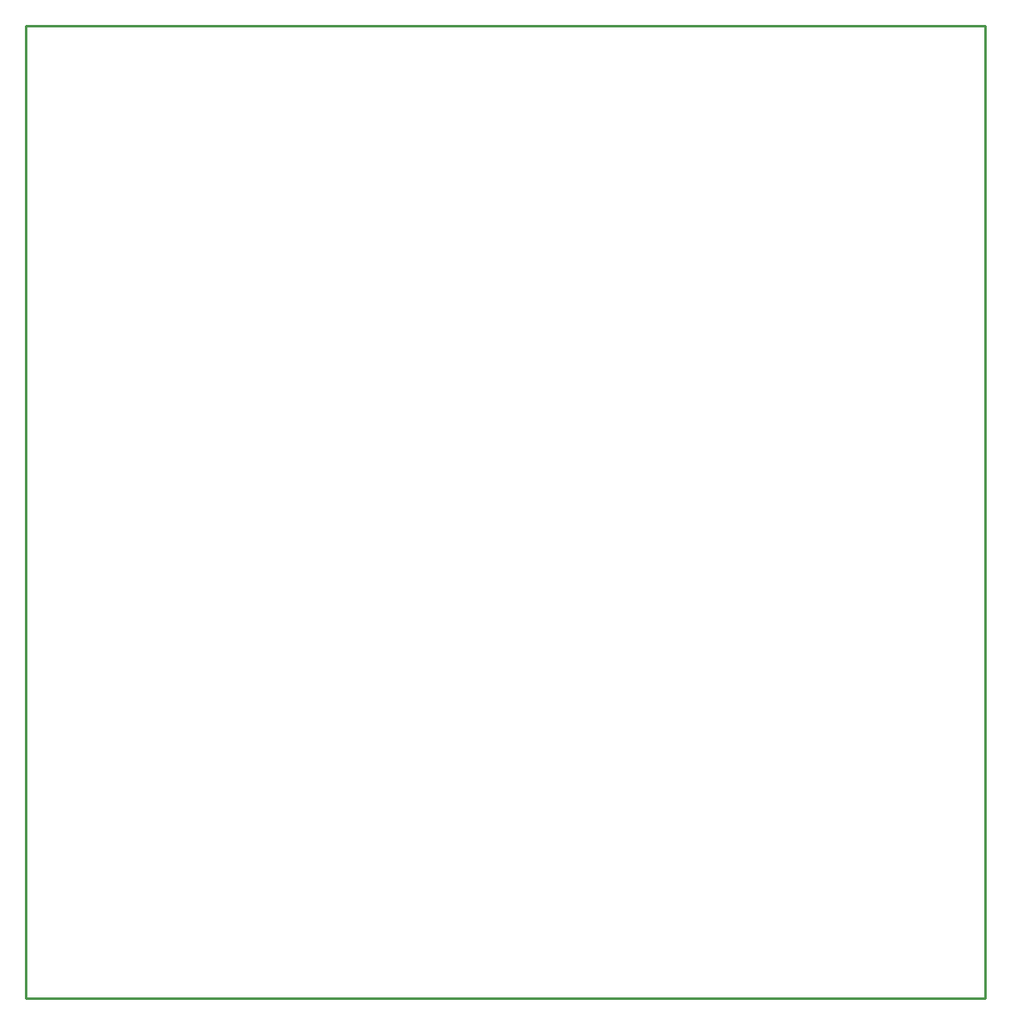
<source format=gbr>
%FSLAX34Y34*%
%MOMM*%
%LNOUTLINE*%
G71*
G01*
%ADD10C, 0.280*%
%LPD*%
G54D10*
X1270Y996950D02*
X979170Y996950D01*
X979170Y6350D01*
X1270Y6350D01*
X1270Y996950D01*
M02*

</source>
